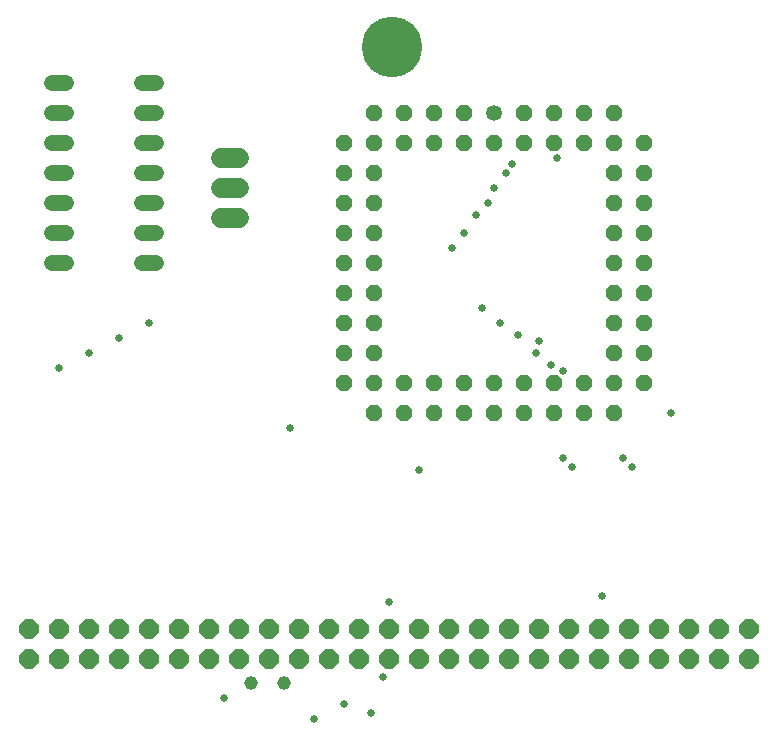
<source format=gbr>
G04 EAGLE Gerber RS-274X export*
G75*
%MOMM*%
%FSLAX34Y34*%
%LPD*%
%INSoldermask Bottom*%
%IPPOS*%
%AMOC8*
5,1,8,0,0,1.08239X$1,22.5*%
G01*
%ADD10C,5.127000*%
%ADD11P,1.787026X8X22.500000*%
%ADD12C,1.346200*%
%ADD13P,1.457113X8X22.500000*%
%ADD14C,1.346200*%
%ADD15C,1.651000*%
%ADD16C,1.177000*%
%ADD17C,0.652000*%


D10*
X345440Y607060D03*
D11*
X520700Y88900D03*
X495300Y88900D03*
X469900Y88900D03*
X444500Y88900D03*
X419100Y88900D03*
X393700Y88900D03*
X368300Y88900D03*
X342900Y88900D03*
X317500Y88900D03*
X292100Y88900D03*
X266700Y88900D03*
X241300Y88900D03*
X215900Y88900D03*
X190500Y88900D03*
X165100Y88900D03*
X139700Y88900D03*
X114300Y88900D03*
X88900Y88900D03*
X63500Y88900D03*
X38100Y88900D03*
X38100Y114300D03*
X63500Y114300D03*
X88900Y114300D03*
X114300Y114300D03*
X139700Y114300D03*
X165100Y114300D03*
X190500Y114300D03*
X215900Y114300D03*
X241300Y114300D03*
X266700Y114300D03*
X292100Y114300D03*
X317500Y114300D03*
X342900Y114300D03*
X368300Y114300D03*
X393700Y114300D03*
X419100Y114300D03*
X444500Y114300D03*
X469900Y114300D03*
X495300Y114300D03*
X520700Y114300D03*
X647700Y88900D03*
X622300Y88900D03*
X596900Y88900D03*
X571500Y88900D03*
X546100Y88900D03*
X546100Y114300D03*
X571500Y114300D03*
X596900Y114300D03*
X622300Y114300D03*
X647700Y114300D03*
D12*
X431800Y551180D03*
D13*
X431800Y525780D03*
X406400Y551180D03*
X406400Y525780D03*
X381000Y551180D03*
X381000Y525780D03*
X355600Y551180D03*
X355600Y525780D03*
X330200Y551180D03*
X304800Y525780D03*
X330200Y525780D03*
X304800Y500380D03*
X330200Y500380D03*
X304800Y474980D03*
X330200Y474980D03*
X304800Y449580D03*
X330200Y449580D03*
X304800Y424180D03*
X330200Y424180D03*
X304800Y398780D03*
X330200Y398780D03*
X304800Y373380D03*
X330200Y373380D03*
X304800Y347980D03*
X330200Y347980D03*
X304800Y322580D03*
X330200Y297180D03*
X330200Y322580D03*
X355600Y297180D03*
X355600Y322580D03*
X381000Y297180D03*
X381000Y322580D03*
X406400Y297180D03*
X406400Y322580D03*
X431800Y297180D03*
X431800Y322580D03*
X457200Y297180D03*
X457200Y322580D03*
X482600Y297180D03*
X482600Y322580D03*
X508000Y297180D03*
X508000Y322580D03*
X533400Y297180D03*
X558800Y322580D03*
X533400Y322580D03*
X558800Y347980D03*
X533400Y347980D03*
X558800Y373380D03*
X533400Y373380D03*
X558800Y398780D03*
X533400Y398780D03*
X558800Y424180D03*
X533400Y424180D03*
X558800Y449580D03*
X533400Y449580D03*
X558800Y474980D03*
X533400Y474980D03*
X558800Y500380D03*
X533400Y500380D03*
X558800Y525780D03*
X533400Y551180D03*
X533400Y525780D03*
X508000Y551180D03*
X508000Y525780D03*
X482600Y551180D03*
X482600Y525780D03*
X457200Y551180D03*
X457200Y525780D03*
D14*
X69596Y576580D02*
X57404Y576580D01*
X57404Y551180D02*
X69596Y551180D01*
X69596Y474980D02*
X57404Y474980D01*
X57404Y449580D02*
X69596Y449580D01*
X69596Y525780D02*
X57404Y525780D01*
X57404Y500380D02*
X69596Y500380D01*
X69596Y424180D02*
X57404Y424180D01*
X133604Y424180D02*
X145796Y424180D01*
X145796Y449580D02*
X133604Y449580D01*
X133604Y474980D02*
X145796Y474980D01*
X145796Y500380D02*
X133604Y500380D01*
X133604Y525780D02*
X145796Y525780D01*
X145796Y551180D02*
X133604Y551180D01*
X133604Y576580D02*
X145796Y576580D01*
D15*
X200660Y513080D02*
X215900Y513080D01*
X215900Y487680D02*
X200660Y487680D01*
X200660Y462280D02*
X215900Y462280D01*
D16*
X226060Y68580D03*
X254000Y68580D03*
D17*
X259080Y284480D03*
X581660Y297180D03*
X337820Y73660D03*
X480060Y337820D03*
X63500Y335280D03*
X88900Y347980D03*
X114300Y360680D03*
X139700Y373380D03*
X327660Y43180D03*
X523240Y142240D03*
X490220Y332740D03*
X497840Y251460D03*
X548640Y251460D03*
X469900Y358140D03*
X490220Y259080D03*
X541020Y259080D03*
X467360Y347980D03*
X452120Y363220D03*
X436880Y373380D03*
X421640Y386080D03*
X368300Y248920D03*
X279400Y38100D03*
X304800Y50800D03*
X203200Y55880D03*
X342900Y137160D03*
X485140Y513080D03*
X447040Y508000D03*
X441960Y500380D03*
X431800Y487680D03*
X426720Y474980D03*
X416560Y464820D03*
X406400Y449580D03*
X396240Y436880D03*
M02*

</source>
